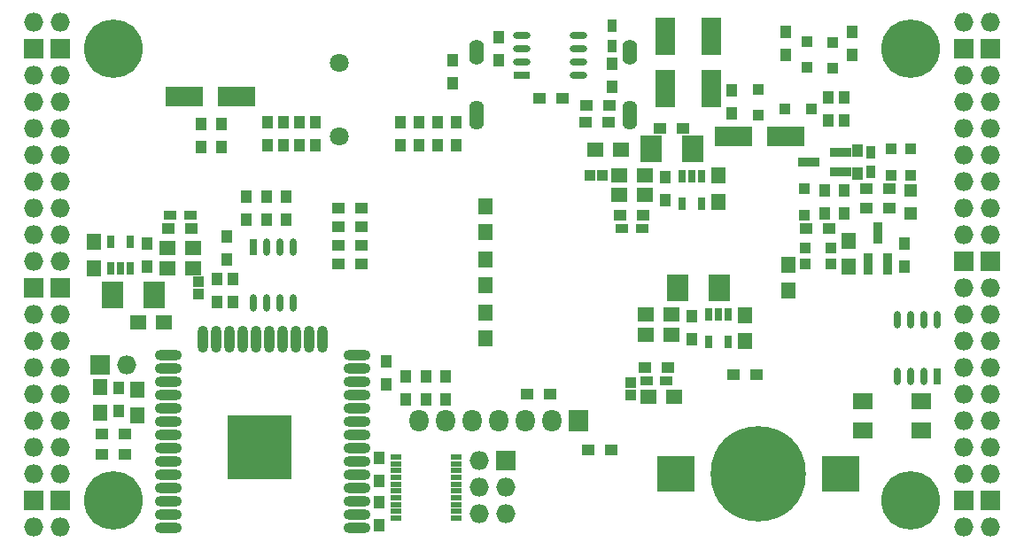
<source format=gbs>
G04 #@! TF.FileFunction,Soldermask,Bot*
%FSLAX46Y46*%
G04 Gerber Fmt 4.6, Leading zero omitted, Abs format (unit mm)*
G04 Created by KiCad (PCBNEW 4.0.7+dfsg1-1) date Fri Jan 12 15:50:25 2018*
%MOMM*%
%LPD*%
G01*
G04 APERTURE LIST*
%ADD10C,0.100000*%
%ADD11O,1.827200X1.827200*%
%ADD12R,1.827200X1.827200*%
%ADD13R,1.000000X1.300000*%
%ADD14R,1.100000X1.100000*%
%ADD15R,1.900000X3.600000*%
%ADD16R,1.300000X1.000000*%
%ADD17R,2.100000X2.600000*%
%ADD18R,0.800000X1.300000*%
%ADD19R,1.350000X1.600000*%
%ADD20R,1.600000X1.350000*%
%ADD21R,0.900000X2.000000*%
%ADD22R,2.000000X0.900000*%
%ADD23R,1.300000X0.850000*%
%ADD24R,0.850000X1.300000*%
%ADD25C,5.600000*%
%ADD26R,1.100000X0.500000*%
%ADD27R,1.827200X2.132000*%
%ADD28O,1.827200X2.132000*%
%ADD29R,3.600000X1.900000*%
%ADD30R,3.600000X3.400000*%
%ADD31C,9.100000*%
%ADD32C,1.800000*%
%ADD33O,1.400000X2.800000*%
%ADD34O,1.400000X2.400000*%
%ADD35R,0.700000X1.650000*%
%ADD36O,0.700000X1.650000*%
%ADD37R,1.650000X0.700000*%
%ADD38O,1.650000X0.700000*%
%ADD39O,2.600000X1.000000*%
%ADD40O,1.000000X2.600000*%
%ADD41R,6.100000X6.100000*%
%ADD42R,1.900000X1.500000*%
%ADD43R,1.300000X1.300000*%
G04 APERTURE END LIST*
D10*
D11*
X97910000Y-62690000D03*
X95370000Y-62690000D03*
D12*
X97910000Y-65230000D03*
X95370000Y-65230000D03*
D11*
X97910000Y-67770000D03*
X95370000Y-67770000D03*
X97910000Y-70310000D03*
X95370000Y-70310000D03*
X97910000Y-72850000D03*
X95370000Y-72850000D03*
X97910000Y-75390000D03*
X95370000Y-75390000D03*
X97910000Y-77930000D03*
X95370000Y-77930000D03*
X97910000Y-80470000D03*
X95370000Y-80470000D03*
X97910000Y-83010000D03*
X95370000Y-83010000D03*
X97910000Y-85550000D03*
X95370000Y-85550000D03*
D12*
X97910000Y-88090000D03*
X95370000Y-88090000D03*
D11*
X97910000Y-90630000D03*
X95370000Y-90630000D03*
X97910000Y-93170000D03*
X95370000Y-93170000D03*
X97910000Y-95710000D03*
X95370000Y-95710000D03*
X97910000Y-98250000D03*
X95370000Y-98250000D03*
X97910000Y-100790000D03*
X95370000Y-100790000D03*
X97910000Y-103330000D03*
X95370000Y-103330000D03*
X97910000Y-105870000D03*
X95370000Y-105870000D03*
D12*
X97910000Y-108410000D03*
X95370000Y-108410000D03*
D11*
X97910000Y-110950000D03*
X95370000Y-110950000D03*
D13*
X103498000Y-99858000D03*
X103498000Y-97658000D03*
D14*
X152393000Y-97142000D03*
X152393000Y-98342000D03*
D15*
X155695000Y-69000000D03*
X155695000Y-64000000D03*
D16*
X157430000Y-72850000D03*
X155230000Y-72850000D03*
D17*
X160870000Y-88090000D03*
X156870000Y-88090000D03*
D18*
X159825000Y-90600000D03*
X160775000Y-90600000D03*
X161725000Y-90600000D03*
X161725000Y-93200000D03*
X159825000Y-93200000D03*
D17*
X102895000Y-88725000D03*
X106895000Y-88725000D03*
D18*
X104575000Y-86215000D03*
X103625000Y-86215000D03*
X102675000Y-86215000D03*
X102675000Y-83615000D03*
X104575000Y-83615000D03*
D17*
X158330000Y-74755000D03*
X154330000Y-74755000D03*
D18*
X157285000Y-77392000D03*
X158235000Y-77392000D03*
X159185000Y-77392000D03*
X159185000Y-79992000D03*
X157285000Y-79992000D03*
D19*
X101085000Y-83665000D03*
X101085000Y-86165000D03*
D20*
X153810000Y-90630000D03*
X156310000Y-90630000D03*
X153810000Y-92535000D03*
X156310000Y-92535000D03*
D19*
X163315000Y-93150000D03*
X163315000Y-90650000D03*
D20*
X151270000Y-79200000D03*
X153770000Y-79200000D03*
X151270000Y-77295000D03*
X153770000Y-77295000D03*
D19*
X160775000Y-79815000D03*
X160775000Y-77315000D03*
D20*
X110590000Y-84280000D03*
X108090000Y-84280000D03*
X110590000Y-86185000D03*
X108090000Y-86185000D03*
D19*
X173221000Y-86038000D03*
X173221000Y-83538000D03*
D21*
X176965000Y-85780000D03*
X175065000Y-85780000D03*
X176015000Y-82780000D03*
D22*
X172435000Y-75075000D03*
X172435000Y-76975000D03*
X169435000Y-76025000D03*
D23*
X153910000Y-96910000D03*
X155810000Y-96910000D03*
X151570000Y-82375000D03*
X153470000Y-82375000D03*
X110290000Y-81105000D03*
X108390000Y-81105000D03*
D24*
X175380000Y-75075000D03*
X175380000Y-76975000D03*
D16*
X169200000Y-82375000D03*
X171400000Y-82375000D03*
D13*
X172840000Y-80935000D03*
X172840000Y-78735000D03*
D16*
X177115000Y-80470000D03*
X174915000Y-80470000D03*
D13*
X174110000Y-74925000D03*
X174110000Y-77125000D03*
X178555000Y-83815000D03*
X178555000Y-86015000D03*
X113785000Y-83180000D03*
X113785000Y-85380000D03*
X170935000Y-80935000D03*
X170935000Y-78735000D03*
X128390000Y-108580000D03*
X128390000Y-110780000D03*
D16*
X150572000Y-103584000D03*
X148372000Y-103584000D03*
X177115000Y-78565000D03*
X174915000Y-78565000D03*
X153760000Y-95640000D03*
X155960000Y-95640000D03*
X110440000Y-82375000D03*
X108240000Y-82375000D03*
X151420000Y-81105000D03*
X153620000Y-81105000D03*
D13*
X158235000Y-90800000D03*
X158235000Y-93000000D03*
X106165000Y-86015000D03*
X106165000Y-83815000D03*
X155695000Y-77465000D03*
X155695000Y-79665000D03*
D16*
X126696000Y-85804000D03*
X124496000Y-85804000D03*
X126696000Y-84026000D03*
X124496000Y-84026000D03*
X126696000Y-82248000D03*
X124496000Y-82248000D03*
X126696000Y-80470000D03*
X124496000Y-80470000D03*
D13*
X130422000Y-74458000D03*
X130422000Y-72258000D03*
X132200000Y-74458000D03*
X132200000Y-72258000D03*
X133978000Y-74458000D03*
X133978000Y-72258000D03*
X135756000Y-74458000D03*
X135756000Y-72258000D03*
D24*
X150589600Y-64910000D03*
X150589600Y-63010000D03*
D11*
X184270000Y-110950000D03*
X186810000Y-110950000D03*
D12*
X184270000Y-108410000D03*
X186810000Y-108410000D03*
D11*
X184270000Y-105870000D03*
X186810000Y-105870000D03*
X184270000Y-103330000D03*
X186810000Y-103330000D03*
X184270000Y-100790000D03*
X186810000Y-100790000D03*
X184270000Y-98250000D03*
X186810000Y-98250000D03*
X184270000Y-95710000D03*
X186810000Y-95710000D03*
X184270000Y-93170000D03*
X186810000Y-93170000D03*
X184270000Y-90630000D03*
X186810000Y-90630000D03*
X184270000Y-88090000D03*
X186810000Y-88090000D03*
D12*
X184270000Y-85550000D03*
X186810000Y-85550000D03*
D11*
X184270000Y-83010000D03*
X186810000Y-83010000D03*
X184270000Y-80470000D03*
X186810000Y-80470000D03*
X184270000Y-77930000D03*
X186810000Y-77930000D03*
X184270000Y-75390000D03*
X186810000Y-75390000D03*
X184270000Y-72850000D03*
X186810000Y-72850000D03*
X184270000Y-70310000D03*
X186810000Y-70310000D03*
X184270000Y-67770000D03*
X186810000Y-67770000D03*
D12*
X184270000Y-65230000D03*
X186810000Y-65230000D03*
D11*
X184270000Y-62690000D03*
X186810000Y-62690000D03*
D25*
X102990000Y-108410000D03*
X179190000Y-108410000D03*
X179190000Y-65230000D03*
X102990000Y-65230000D03*
D13*
X162045000Y-71410000D03*
X162045000Y-69210000D03*
X139820000Y-66330000D03*
X139820000Y-64130000D03*
X135375000Y-68532000D03*
X135375000Y-66332000D03*
X150615000Y-68870000D03*
X150615000Y-66670000D03*
D16*
X150275000Y-72215000D03*
X148075000Y-72215000D03*
X150380000Y-70600000D03*
X148180000Y-70600000D03*
D26*
X135735000Y-104215000D03*
X135735000Y-104865000D03*
X135735000Y-105515000D03*
X135735000Y-106165000D03*
X135735000Y-106815000D03*
X135735000Y-107465000D03*
X135735000Y-108115000D03*
X135735000Y-108765000D03*
X135735000Y-109415000D03*
X135735000Y-110065000D03*
X129935000Y-110065000D03*
X129935000Y-109415000D03*
X129935000Y-108765000D03*
X129935000Y-108115000D03*
X129935000Y-107465000D03*
X129935000Y-106815000D03*
X129935000Y-106165000D03*
X129935000Y-105515000D03*
X129935000Y-104865000D03*
X129935000Y-104215000D03*
D13*
X119500000Y-79370000D03*
X119500000Y-81570000D03*
X114420000Y-89444000D03*
X114420000Y-87244000D03*
X129025000Y-97275000D03*
X129025000Y-95075000D03*
X117595000Y-79370000D03*
X117595000Y-81570000D03*
X112896000Y-89444000D03*
X112896000Y-87244000D03*
X115690000Y-79370000D03*
X115690000Y-81570000D03*
D16*
X144730000Y-98250000D03*
X142530000Y-98250000D03*
D13*
X132835000Y-98715000D03*
X132835000Y-96515000D03*
X130930000Y-98715000D03*
X130930000Y-96515000D03*
D16*
X101890000Y-103965000D03*
X104090000Y-103965000D03*
D12*
X101720000Y-95456000D03*
D11*
X104260000Y-95456000D03*
D16*
X104090000Y-102060000D03*
X101890000Y-102060000D03*
D19*
X167506000Y-88324000D03*
X167506000Y-85824000D03*
D16*
X164415000Y-96345000D03*
X162215000Y-96345000D03*
D13*
X167252000Y-65822000D03*
X167252000Y-63622000D03*
D12*
X140455000Y-104600000D03*
D11*
X137915000Y-104600000D03*
X140455000Y-107140000D03*
X137915000Y-107140000D03*
X140455000Y-109680000D03*
X137915000Y-109680000D03*
D19*
X138550000Y-90396000D03*
X138550000Y-92896000D03*
X138550000Y-82736000D03*
X138550000Y-80236000D03*
X138550000Y-85316000D03*
X138550000Y-87816000D03*
X101720000Y-97508000D03*
X101720000Y-100008000D03*
D13*
X113277000Y-74585000D03*
X113277000Y-72385000D03*
X111372000Y-74585000D03*
X111372000Y-72385000D03*
X172840000Y-72045000D03*
X172840000Y-69845000D03*
X171316000Y-72045000D03*
X171316000Y-69845000D03*
D27*
X147440000Y-100790000D03*
D28*
X144900000Y-100790000D03*
X142360000Y-100790000D03*
X139820000Y-100790000D03*
X137280000Y-100790000D03*
X134740000Y-100790000D03*
X132200000Y-100790000D03*
D19*
X105276000Y-100262000D03*
X105276000Y-97762000D03*
D29*
X109761000Y-69802000D03*
X114761000Y-69802000D03*
X167212000Y-73612000D03*
X162212000Y-73612000D03*
D15*
X160140000Y-64000000D03*
X160140000Y-69000000D03*
D20*
X154064000Y-98504000D03*
X156564000Y-98504000D03*
X107796000Y-91392000D03*
X105296000Y-91392000D03*
X151484000Y-74882000D03*
X148984000Y-74882000D03*
D13*
X173602000Y-65822000D03*
X173602000Y-63622000D03*
X134740000Y-96515000D03*
X134740000Y-98715000D03*
D30*
X172485000Y-105870000D03*
X156685000Y-105870000D03*
D31*
X164585000Y-105870000D03*
D14*
X169284000Y-66988000D03*
X169284000Y-64488000D03*
X171697000Y-67081000D03*
X171697000Y-64581000D03*
X169050000Y-84280000D03*
X171550000Y-84280000D03*
X169030000Y-81085000D03*
X169030000Y-78585000D03*
X171550000Y-85804000D03*
X169050000Y-85804000D03*
X179190000Y-77275000D03*
X179190000Y-74775000D03*
X177285000Y-74775000D03*
X177285000Y-77275000D03*
X167145000Y-70945000D03*
X169645000Y-70945000D03*
X164585000Y-69060000D03*
X164585000Y-71560000D03*
X111118000Y-87490000D03*
X111118000Y-88690000D03*
X149691000Y-77295000D03*
X148491000Y-77295000D03*
D13*
X128390000Y-106546000D03*
X128390000Y-104346000D03*
X117722000Y-74458000D03*
X117722000Y-72258000D03*
X119246000Y-74458000D03*
X119246000Y-72258000D03*
X120770000Y-74458000D03*
X120770000Y-72258000D03*
X122294000Y-74458000D03*
X122294000Y-72258000D03*
D16*
X145880000Y-69900000D03*
X143680000Y-69900000D03*
D32*
X124580000Y-66548000D03*
X124580000Y-73548000D03*
D33*
X152280000Y-71550000D03*
X137680000Y-71550000D03*
D34*
X137680000Y-65500000D03*
X152280000Y-65500000D03*
D35*
X181730000Y-96505000D03*
D36*
X180460000Y-96505000D03*
X179190000Y-96505000D03*
X177920000Y-96505000D03*
X177920000Y-91105000D03*
X179190000Y-91105000D03*
X180460000Y-91105000D03*
X181730000Y-91105000D03*
D37*
X141980000Y-67706500D03*
D38*
X141980000Y-66436500D03*
X141980000Y-65166500D03*
X141980000Y-63896500D03*
X147380000Y-63896500D03*
X147380000Y-65166500D03*
X147380000Y-66436500D03*
X147380000Y-67706500D03*
D35*
X116325000Y-84120000D03*
D36*
X117595000Y-84120000D03*
X118865000Y-84120000D03*
X120135000Y-84120000D03*
X120135000Y-89520000D03*
X118865000Y-89520000D03*
X117595000Y-89520000D03*
X116325000Y-89520000D03*
D39*
X126230000Y-111000000D03*
X126230000Y-109730000D03*
X126230000Y-108460000D03*
X126230000Y-107190000D03*
X126230000Y-105920000D03*
X126230000Y-104650000D03*
X126230000Y-103380000D03*
X126230000Y-102110000D03*
X126230000Y-100840000D03*
X126230000Y-99570000D03*
X126230000Y-98300000D03*
X126230000Y-97030000D03*
X126230000Y-95760000D03*
X126230000Y-94490000D03*
D40*
X122945000Y-93000000D03*
X121675000Y-93000000D03*
X120405000Y-93000000D03*
X119135000Y-93000000D03*
X117865000Y-93000000D03*
X116595000Y-93000000D03*
X115325000Y-93000000D03*
X114055000Y-93000000D03*
X112785000Y-93000000D03*
X111515000Y-93000000D03*
D39*
X108230000Y-94490000D03*
X108230000Y-95760000D03*
X108230000Y-97030000D03*
X108230000Y-98300000D03*
X108230000Y-99570000D03*
X108230000Y-100840000D03*
X108230000Y-102110000D03*
X108230000Y-103380000D03*
X108230000Y-104650000D03*
X108230000Y-105920000D03*
X108230000Y-107190000D03*
X108230000Y-108460000D03*
X108230000Y-109730000D03*
X108230000Y-111000000D03*
D41*
X116930000Y-103300000D03*
D42*
X180212000Y-98882000D03*
X174612000Y-98882000D03*
X174612000Y-101682000D03*
X180212000Y-101682000D03*
D43*
X179190000Y-78735000D03*
X179190000Y-80935000D03*
M02*

</source>
